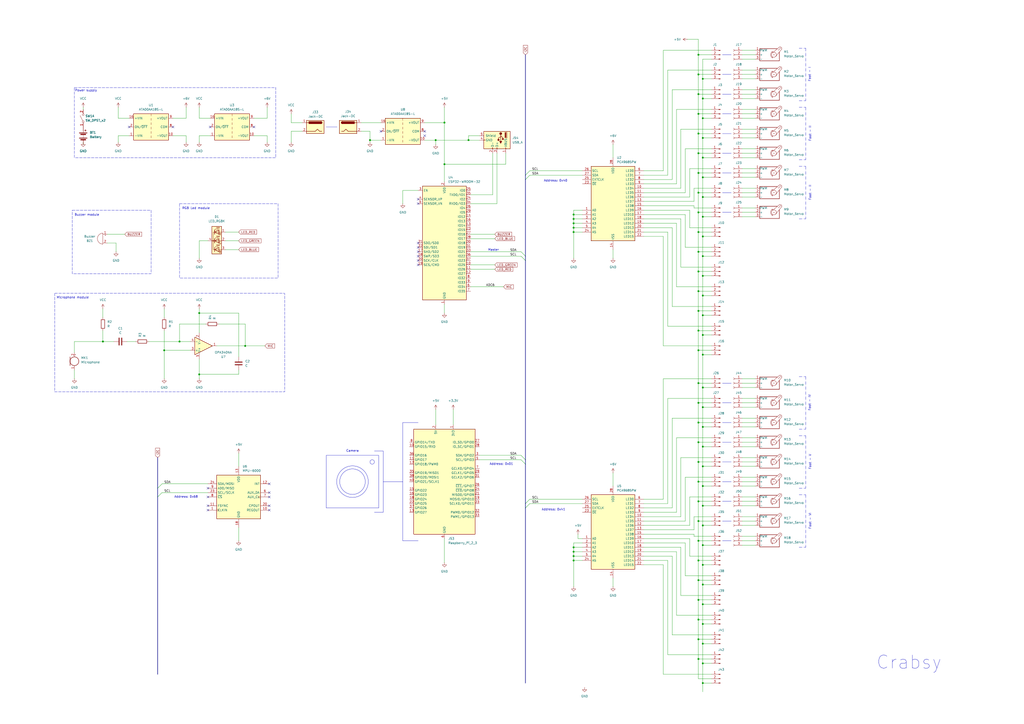
<source format=kicad_sch>
(kicad_sch (version 20231120) (generator "eeschema") (generator_version "8.0")
  (paper "A2")
  (title_block (title "Crabsy Electronics") (date "2024-07-02") (rev "0.1.0") (company "CircleLab Inc. "))
  (junction (at 142.24 200.66))
  (junction (at 332.74 325.12))
  (junction (at 405.13 382.27))
  (junction (at 257.81 71.12))
  (junction (at 332.74 124.46))
  (junction (at 407.67 259.08))
  (junction (at 407.67 236.22))
  (junction (at 405.13 43.18))
  (junction (at 407.67 396.24))
  (junction (at 407.67 247.65))
  (junction (at 405.13 203.2))
  (junction (at 407.67 205.74))
  (junction (at 405.13 336.55))
  (junction (at 405.13 325.12))
  (junction (at 405.13 77.47))
  (junction (at 405.13 100.33))
  (junction (at 271.78 81.28))
  (junction (at 407.67 125.73))
  (junction (at 407.67 373.38))
  (junction (at 407.67 316.23))
  (junction (at 405.13 302.26))
  (junction (at 405.13 359.41))
  (junction (at 115.57 181.61))
  (junction (at 407.67 194.31))
  (junction (at 405.13 111.76))
  (junction (at 115.57 217.17))
  (junction (at 405.13 256.54))
  (junction (at 332.74 127))
  (junction (at 405.13 31.75))
  (junction (at 252.73 81.28))
  (junction (at 407.67 68.58))
  (junction (at 95.25 203.2))
  (junction (at 104.14 198.12))
  (junction (at 407.67 350.52))
  (junction (at 405.13 66.04))
  (junction (at 332.74 134.62))
  (junction (at 405.13 290.83))
  (junction (at 405.13 123.19))
  (junction (at 407.67 57.15))
  (junction (at 407.67 102.87))
  (junction (at 407.67 137.16))
  (junction (at 405.13 245.11))
  (junction (at 214.63 81.28))
  (junction (at 407.67 171.45))
  (junction (at 405.13 180.34))
  (junction (at 407.67 304.8))
  (junction (at 407.67 160.02))
  (junction (at 405.13 233.68))
  (junction (at 405.13 157.48))
  (junction (at 405.13 146.05))
  (junction (at 407.67 114.3))
  (junction (at 407.67 339.09))
  (junction (at 332.74 322.58))
  (junction (at 405.13 88.9))
  (junction (at 332.74 320.04))
  (junction (at 405.13 279.4))
  (junction (at 332.74 317.5))
  (junction (at 405.13 134.62))
  (junction (at 407.67 80.01))
  (junction (at 405.13 370.84))
  (junction (at 407.67 91.44))
  (junction (at 407.67 224.79))
  (junction (at 405.13 222.25))
  (junction (at 59.69 198.12))
  (junction (at 332.74 129.54))
  (junction (at 407.67 293.37))
  (junction (at 405.13 267.97))
  (junction (at 405.13 191.77))
  (junction (at 405.13 168.91))
  (junction (at 407.67 270.51))
  (junction (at 405.13 54.61))
  (junction (at 407.67 384.81))
  (junction (at 407.67 281.94))
  (junction (at 407.67 327.66))
  (junction (at 407.67 148.59))
  (junction (at 407.67 182.88))
  (junction (at 407.67 361.95))
  (junction (at 405.13 347.98))
  (junction (at 332.74 132.08))
  (junction (at 407.67 45.72))
  (junction (at 257.81 95.25))
  (junction (at 405.13 313.69))
  (no_connect (at 242.57 140.97))
  (no_connect (at 74.93 73.66))
  (no_connect (at 156.21 295.91))
  (no_connect (at 242.57 151.13))
  (no_connect (at 242.57 146.05))
  (no_connect (at 120.65 295.91))
  (no_connect (at 242.57 118.11))
  (no_connect (at 100.33 73.66))
  (no_connect (at 246.38 78.74))
  (no_connect (at 242.57 115.57))
  (no_connect (at 242.57 143.51))
  (no_connect (at 246.38 76.2))
  (no_connect (at 121.92 73.66))
  (no_connect (at 156.21 280.67))
  (no_connect (at 156.21 288.29))
  (no_connect (at 242.57 153.67))
  (no_connect (at 220.98 76.2))
  (no_connect (at 156.21 285.75))
  (no_connect (at 120.65 293.37))
  (no_connect (at 242.57 148.59))
  (no_connect (at 156.21 293.37))
  (no_connect (at 120.65 283.21))
  (no_connect (at 120.65 288.29))
  (no_connect (at 147.32 73.66))
  (bus_entry (at 304.8 101.6) (size 2.54 -2.54))
  (bus_entry (at 302.26 264.16) (size 2.54 2.54))
  (bus_entry (at 302.26 146.05) (size 2.54 2.54))
  (bus_entry (at 304.8 292.1) (size 2.54 -2.54))
  (bus_entry (at 91.44 288.29) (size 2.54 -2.54))
  (bus_entry (at 304.8 294.64) (size 2.54 -2.54))
  (bus_entry (at 91.44 283.21) (size 2.54 -2.54))
  (bus_entry (at 302.26 266.7) (size 2.54 2.54))
  (bus_entry (at 304.8 104.14) (size 2.54 -2.54))
  (bus_entry (at 302.26 148.59) (size 2.54 2.54))
  (polyline (pts (xy 217.17 261.62) (xy 222.25 261.62)))
  (wire (pts (xy 168.91 66.04) (xy 168.91 71.12)))
  (wire (pts (xy 115.57 181.61) (xy 115.57 193.04)))
  (wire (pts (xy 407.67 114.3) (xy 412.75 114.3)))
  (wire (pts (xy 405.13 267.97) (xy 405.13 279.4)))
  (wire (pts (xy 405.13 279.4) (xy 412.75 279.4)))
  (wire (pts (xy 233.68 110.49) (xy 242.57 110.49)))
  (wire (pts (xy 402.59 119.38) (xy 402.59 120.65)))
  (wire (pts (xy 405.13 336.55) (xy 405.13 347.98)))
  (wire (pts (xy 430.53 45.72) (xy 438.15 45.72)))
  (wire (pts (xy 405.13 290.83) (xy 412.75 290.83)))
  (wire (pts (xy 407.67 304.8) (xy 407.67 293.37)))
  (wire (pts (xy 400.05 312.42) (xy 400.05 322.58)))
  (wire (pts (xy 405.13 77.47) (xy 412.75 77.47)))
  (wire (pts (xy 68.58 78.74) (xy 74.93 78.74)))
  (polyline (pts (xy 419.1 111.76) (xy 424.18 111.76)))
  (wire (pts (xy 405.13 22.86) (xy 405.13 31.75)))
  (polyline (pts (xy 419.1 123.19) (xy 424.18 123.19)))
  (wire (pts (xy 337.82 121.92) (xy 332.74 121.92)))
  (wire (pts (xy 405.13 245.11) (xy 405.13 256.54)))
  (wire (pts (xy 405.13 203.2) (xy 405.13 222.25)))
  (wire (pts (xy 430.53 265.43) (xy 438.15 265.43)))
  (wire (pts (xy 407.67 45.72) (xy 407.67 34.29)))
  (wire (pts (xy 332.74 129.54) (xy 337.82 129.54)))
  (wire (pts (xy 130.81 139.7) (xy 138.43 139.7)))
  (wire (pts (xy 402.59 120.65) (xy 412.75 120.65)))
  (polyline (pts (xy 463.55 127) (xy 467.36 127)) (stroke (width 0) (type dash_dot)))
  (wire (pts (xy 257.81 95.25) (xy 257.81 105.41)))
  (wire (pts (xy 387.35 325.12) (xy 387.35 379.73)))
  (wire (pts (xy 405.13 77.47) (xy 405.13 88.9)))
  (wire (pts (xy 407.67 182.88) (xy 412.75 182.88)))
  (wire (pts (xy 402.59 307.34) (xy 402.59 299.72)))
  (wire (pts (xy 430.53 68.58) (xy 438.15 68.58)))
  (wire (pts (xy 387.35 134.62) (xy 387.35 189.23)))
  (wire (pts (xy 332.74 132.08) (xy 332.74 134.62)))
  (wire (pts (xy 332.74 134.62) (xy 332.74 149.86)))
  (wire (pts (xy 93.98 285.75) (xy 120.65 285.75)))
  (wire (pts (xy 373.38 289.56) (xy 384.81 289.56)))
  (wire (pts (xy 257.81 62.23) (xy 257.81 71.12)))
  (wire (pts (xy 43.18 214.63) (xy 43.18 219.71)))
  (wire (pts (xy 392.43 320.04) (xy 392.43 356.87)))
  (wire (pts (xy 257.81 71.12) (xy 257.81 95.25)))
  (wire (pts (xy 95.25 191.77) (xy 95.25 203.2)))
  (wire (pts (xy 407.67 327.66) (xy 407.67 316.23)))
  (wire (pts (xy 273.05 135.89) (xy 287.02 135.89)))
  (wire (pts (xy 405.13 168.91) (xy 412.75 168.91)))
  (wire (pts (xy 405.13 279.4) (xy 405.13 290.83)))
  (polyline (pts (xy 419.1 290.83) (xy 424.18 290.83)))
  (wire (pts (xy 405.13 313.69) (xy 412.75 313.69)))
  (wire (pts (xy 394.97 109.22) (xy 394.97 74.93)))
  (wire (pts (xy 115.57 179.07) (xy 115.57 181.61)))
  (polyline (pts (xy 463.55 218.44) (xy 467.36 218.44)) (stroke (width 0) (type dash_dot)))
  (wire (pts (xy 257.81 312.42) (xy 257.81 326.39)))
  (wire (pts (xy 407.67 45.72) (xy 412.75 45.72)))
  (wire (pts (xy 405.13 336.55) (xy 412.75 336.55)))
  (polyline (pts (xy 419.1 222.25) (xy 424.18 222.25)))
  (polyline (pts (xy 463.55 62.23) (xy 467.36 62.23)) (stroke (width 0) (type dash_dot)))
  (wire (pts (xy 407.67 384.81) (xy 412.75 384.81)))
  (wire (pts (xy 405.13 256.54) (xy 405.13 267.97)))
  (polyline (pts (xy 467.36 96.52) (xy 467.36 127)) (stroke (width 0) (type dash_dot)))
  (wire (pts (xy 400.05 132.08) (xy 412.75 132.08)))
  (wire (pts (xy 402.59 116.84) (xy 402.59 109.22)))
  (wire (pts (xy 430.53 219.71) (xy 438.15 219.71)))
  (wire (pts (xy 271.78 81.28) (xy 278.13 81.28)))
  (wire (pts (xy 387.35 40.64) (xy 412.75 40.64)))
  (wire (pts (xy 43.18 198.12) (xy 59.69 198.12)))
  (wire (pts (xy 405.13 54.61) (xy 405.13 66.04)))
  (wire (pts (xy 407.67 160.02) (xy 412.75 160.02)))
  (wire (pts (xy 407.67 171.45) (xy 412.75 171.45)))
  (polyline (pts (xy 233.68 245.11) (xy 242.57 245.11)))
  (wire (pts (xy 405.13 66.04) (xy 412.75 66.04)))
  (wire (pts (xy 394.97 345.44) (xy 412.75 345.44)))
  (wire (pts (xy 405.13 290.83) (xy 405.13 302.26)))
  (wire (pts (xy 405.13 370.84) (xy 405.13 382.27)))
  (wire (pts (xy 407.67 91.44) (xy 412.75 91.44)))
  (wire (pts (xy 407.67 373.38) (xy 412.75 373.38)))
  (wire (pts (xy 389.89 368.3) (xy 412.75 368.3)))
  (wire (pts (xy 407.67 259.08) (xy 407.67 247.65)))
  (wire (pts (xy 398.78 22.86) (xy 405.13 22.86)))
  (polyline (pts (xy 463.55 58.42) (xy 467.36 58.42)) (stroke (width 0) (type dash_dot)))
  (wire (pts (xy 332.74 127) (xy 332.74 129.54)))
  (wire (pts (xy 373.38 309.88) (xy 402.59 309.88)))
  (wire (pts (xy 430.53 242.57) (xy 438.15 242.57)))
  (wire (pts (xy 387.35 101.6) (xy 387.35 40.64)))
  (wire (pts (xy 332.74 124.46) (xy 332.74 127)))
  (wire (pts (xy 387.35 379.73) (xy 412.75 379.73)))
  (wire (pts (xy 373.38 322.58) (xy 389.89 322.58)))
  (wire (pts (xy 332.74 121.92) (xy 332.74 124.46)))
  (wire (pts (xy 430.53 290.83) (xy 438.15 290.83)))
  (wire (pts (xy 405.13 43.18) (xy 405.13 54.61)))
  (wire (pts (xy 405.13 100.33) (xy 412.75 100.33)))
  (wire (pts (xy 59.69 198.12) (xy 66.04 198.12)))
  (wire (pts (xy 233.68 118.11) (xy 233.68 110.49)))
  (wire (pts (xy 400.05 288.29) (xy 412.75 288.29)))
  (wire (pts (xy 430.53 74.93) (xy 438.15 74.93)))
  (wire (pts (xy 407.67 361.95) (xy 412.75 361.95)))
  (wire (pts (xy 86.36 198.12) (xy 104.14 198.12)))
  (wire (pts (xy 405.13 347.98) (xy 412.75 347.98)))
  (wire (pts (xy 394.97 317.5) (xy 394.97 345.44)))
  (wire (pts (xy 48.26 83.82) (xy 48.26 82.55)))
  (wire (pts (xy 407.67 137.16) (xy 412.75 137.16)))
  (wire (pts (xy 407.67 236.22) (xy 412.75 236.22)))
  (wire (pts (xy 405.13 146.05) (xy 405.13 157.48)))
  (wire (pts (xy 407.67 194.31) (xy 407.67 182.88)))
  (polyline (pts (xy 463.55 248.92) (xy 467.36 248.92)) (stroke (width 0) (type dash_dot)))
  (wire (pts (xy 407.67 224.79) (xy 412.75 224.79)))
  (wire (pts (xy 407.67 247.65) (xy 412.75 247.65)))
  (wire (pts (xy 384.81 200.66) (xy 412.75 200.66)))
  (wire (pts (xy 307.34 99.06) (xy 337.82 99.06)))
  (wire (pts (xy 257.81 176.53) (xy 257.81 181.61)))
  (wire (pts (xy 407.67 34.29) (xy 412.75 34.29)))
  (polyline (pts (xy 463.55 283.21) (xy 467.36 283.21)) (stroke (width 0) (type dash_dot)))
  (wire (pts (xy 394.97 299.72) (xy 394.97 265.43)))
  (wire (pts (xy 138.43 217.17) (xy 115.57 217.17)))
  (wire (pts (xy 430.53 125.73) (xy 438.15 125.73)))
  (wire (pts (xy 405.13 325.12) (xy 412.75 325.12)))
  (wire (pts (xy 430.53 111.76) (xy 438.15 111.76)))
  (bus (pts (xy 91.44 265.43) (xy 91.44 283.21)))
  (wire (pts (xy 400.05 322.58) (xy 412.75 322.58)))
  (wire (pts (xy 373.38 111.76) (xy 397.51 111.76)))
  (wire (pts (xy 430.53 102.87) (xy 438.15 102.87)))
  (wire (pts (xy 407.67 102.87) (xy 412.75 102.87)))
  (polyline (pts (xy 419.1 313.69) (xy 424.18 313.69)))
  (wire (pts (xy 397.51 86.36) (xy 412.75 86.36)))
  (wire (pts (xy 384.81 29.21) (xy 412.75 29.21)))
  (wire (pts (xy 407.67 401.32) (xy 407.67 396.24)))
  (wire (pts (xy 95.25 203.2) (xy 95.25 219.71)))
  (wire (pts (xy 407.67 350.52) (xy 407.67 339.09)))
  (wire (pts (xy 373.38 121.92) (xy 400.05 121.92)))
  (wire (pts (xy 332.74 129.54) (xy 332.74 132.08)))
  (wire (pts (xy 430.53 31.75) (xy 438.15 31.75)))
  (wire (pts (xy 405.13 43.18) (xy 412.75 43.18)))
  (wire (pts (xy 407.67 281.94) (xy 412.75 281.94)))
  (wire (pts (xy 125.73 200.66) (xy 142.24 200.66)))
  (wire (pts (xy 43.18 204.47) (xy 43.18 198.12)))
  (polyline (pts (xy 467.36 252.73) (xy 467.36 283.21)) (stroke (width 0) (type dash_dot)))
  (wire (pts (xy 405.13 134.62) (xy 405.13 146.05)))
  (wire (pts (xy 246.38 71.12) (xy 257.81 71.12)))
  (wire (pts (xy 405.13 267.97) (xy 412.75 267.97)))
  (bus (pts (xy 304.8 151.13) (xy 304.8 266.7)))
  (wire (pts (xy 107.95 78.74) (xy 100.33 78.74)))
  (polyline (pts (xy 463.55 92.71) (xy 467.36 92.71)) (stroke (width 0) (type dash_dot)))
  (wire (pts (xy 288.29 88.9) (xy 288.29 118.11)))
  (wire (pts (xy 130.81 144.78) (xy 138.43 144.78)))
  (wire (pts (xy 373.38 317.5) (xy 394.97 317.5)))
  (wire (pts (xy 142.24 200.66) (xy 153.67 200.66)))
  (wire (pts (xy 214.63 82.55) (xy 214.63 81.28)))
  (wire (pts (xy 373.38 325.12) (xy 387.35 325.12)))
  (wire (pts (xy 154.94 68.58) (xy 154.94 62.23)))
  (wire (pts (xy 373.38 307.34) (xy 402.59 307.34)))
  (wire (pts (xy 373.38 320.04) (xy 392.43 320.04)))
  (wire (pts (xy 115.57 78.74) (xy 121.92 78.74)))
  (wire (pts (xy 405.13 203.2) (xy 412.75 203.2)))
  (wire (pts (xy 95.25 179.07) (xy 95.25 184.15)))
  (wire (pts (xy 430.53 270.51) (xy 438.15 270.51)))
  (wire (pts (xy 407.67 361.95) (xy 407.67 350.52)))
  (wire (pts (xy 392.43 254) (xy 412.75 254)))
  (wire (pts (xy 138.43 214.63) (xy 138.43 217.17)))
  (wire (pts (xy 67.31 140.97) (xy 62.23 140.97)))
  (wire (pts (xy 397.51 143.51) (xy 412.75 143.51)))
  (wire (pts (xy 373.38 124.46) (xy 397.51 124.46)))
  (polyline (pts (xy 419.1 43.18) (xy 424.18 43.18)))
  (wire (pts (xy 430.53 29.21) (xy 438.15 29.21)))
  (wire (pts (xy 405.13 347.98) (xy 405.13 359.41)))
  (wire (pts (xy 332.74 325.12) (xy 332.74 340.36)))
  (wire (pts (xy 430.53 43.18) (xy 438.15 43.18)))
  (wire (pts (xy 430.53 236.22) (xy 438.15 236.22)))
  (wire (pts (xy 373.38 106.68) (xy 392.43 106.68)))
  (wire (pts (xy 402.59 311.15) (xy 412.75 311.15)))
  (wire (pts (xy 168.91 71.12) (xy 175.26 71.12)))
  (wire (pts (xy 384.81 327.66) (xy 384.81 391.16)))
  (wire (pts (xy 138.43 306.07) (xy 138.43 313.69)))
  (wire (pts (xy 405.13 222.25) (xy 405.13 233.68)))
  (wire (pts (xy 252.73 81.28) (xy 246.38 81.28)))
  (bus (pts (xy 304.8 269.24) (xy 304.8 292.1)))
  (wire (pts (xy 405.13 313.69) (xy 405.13 325.12)))
  (wire (pts (xy 115.57 149.86) (xy 115.57 139.7)))
  (wire (pts (xy 115.57 62.23) (xy 115.57 68.58)))
  (wire (pts (xy 430.53 316.23) (xy 438.15 316.23)))
  (polyline (pts (xy 217.17 297.18) (xy 222.25 297.18)))
  (wire (pts (xy 405.13 382.27) (xy 405.13 393.7)))
  (polyline (pts (xy 222.25 261.62) (xy 222.25 297.18)))
  (wire (pts (xy 147.32 68.58) (xy 154.94 68.58)))
  (wire (pts (xy 68.58 62.23) (xy 68.58 68.58)))
  (wire (pts (xy 392.43 106.68) (xy 392.43 63.5)))
  (wire (pts (xy 405.13 100.33) (xy 405.13 111.76)))
  (polyline (pts (xy 463.55 317.5) (xy 467.36 317.5)) (stroke (width 0) (type dash_dot)))
  (wire (pts (xy 407.67 396.24) (xy 407.67 384.81)))
  (bus (pts (xy 304.8 148.59) (xy 304.8 151.13)))
  (wire (pts (xy 405.13 168.91) (xy 405.13 180.34)))
  (wire (pts (xy 402.59 109.22) (xy 412.75 109.22)))
  (wire (pts (xy 430.53 120.65) (xy 438.15 120.65)))
  (wire (pts (xy 278.13 266.7) (xy 302.26 266.7)))
  (polyline (pts (xy 419.1 88.9) (xy 424.18 88.9)))
  (wire (pts (xy 389.89 52.07) (xy 412.75 52.07)))
  (polyline (pts (xy 463.55 27.94) (xy 467.36 27.94)) (stroke (width 0) (type dash_dot)))
  (wire (pts (xy 332.74 134.62) (xy 337.82 134.62)))
  (polyline (pts (xy 419.1 279.4) (xy 424.18 279.4)))
  (wire (pts (xy 271.78 78.74) (xy 278.13 78.74)))
  (wire (pts (xy 407.67 125.73) (xy 407.67 114.3)))
  (wire (pts (xy 407.67 316.23) (xy 412.75 316.23)))
  (wire (pts (xy 115.57 217.17) (xy 115.57 219.71)))
  (wire (pts (xy 405.13 191.77) (xy 405.13 203.2)))
  (wire (pts (xy 392.43 166.37) (xy 412.75 166.37)))
  (wire (pts (xy 430.53 293.37) (xy 438.15 293.37)))
  (wire (pts (xy 107.95 68.58) (xy 107.95 62.23)))
  (wire (pts (xy 332.74 322.58) (xy 332.74 325.12)))
  (wire (pts (xy 252.73 81.28) (xy 271.78 81.28)))
  (wire (pts (xy 430.53 88.9) (xy 438.15 88.9)))
  (wire (pts (xy 430.53 313.69) (xy 438.15 313.69)))
  (wire (pts (xy 400.05 114.3) (xy 400.05 97.79)))
  (wire (pts (xy 355.6 335.28) (xy 355.6 340.36)))
  (wire (pts (xy 405.13 302.26) (xy 405.13 313.69)))
  (wire (pts (xy 407.67 125.73) (xy 412.75 125.73)))
  (wire (pts (xy 430.53 57.15) (xy 438.15 57.15)))
  (wire (pts (xy 407.67 259.08) (xy 412.75 259.08)))
  (wire (pts (xy 332.74 132.08) (xy 337.82 132.08)))
  (polyline (pts (xy 467.36 62.23) (xy 467.36 92.71)) (stroke (width 0) (type dash_dot)))
  (wire (pts (xy 407.67 80.01) (xy 412.75 80.01)))
  (wire (pts (xy 407.67 114.3) (xy 407.67 102.87)))
  (wire (pts (xy 407.67 205.74) (xy 407.67 224.79)))
  (wire (pts (xy 430.53 66.04) (xy 438.15 66.04)))
  (wire (pts (xy 387.35 189.23) (xy 412.75 189.23)))
  (wire (pts (xy 407.67 57.15) (xy 407.67 45.72)))
  (wire (pts (xy 384.81 219.71) (xy 412.75 219.71)))
  (wire (pts (xy 373.38 304.8) (xy 400.05 304.8)))
  (wire (pts (xy 273.05 138.43) (xy 287.02 138.43)))
  (wire (pts (xy 407.67 148.59) (xy 412.75 148.59)))
  (wire (pts (xy 430.53 231.14) (xy 438.15 231.14)))
  (wire (pts (xy 68.58 82.55) (xy 68.58 78.74)))
  (wire (pts (xy 430.53 52.07) (xy 438.15 52.07)))
  (polyline (pts (xy 463.55 252.73) (xy 467.36 252.73)) (stroke (width 0) (type dash_dot)))
  (wire (pts (xy 355.6 144.78) (xy 355.6 149.86)))
  (wire (pts (xy 373.38 134.62) (xy 387.35 134.62)))
  (wire (pts (xy 59.69 179.07) (xy 59.69 184.15)))
  (wire (pts (xy 252.73 237.49) (xy 252.73 246.38)))
  (wire (pts (xy 407.67 247.65) (xy 407.67 236.22)))
  (wire (pts (xy 273.05 166.37) (xy 292.1 166.37)))
  (wire (pts (xy 407.67 339.09) (xy 407.67 327.66)))
  (wire (pts (xy 430.53 259.08) (xy 438.15 259.08)))
  (wire (pts (xy 407.67 205.74) (xy 412.75 205.74)))
  (wire (pts (xy 332.74 127) (xy 337.82 127)))
  (wire (pts (xy 405.13 359.41) (xy 412.75 359.41)))
  (wire (pts (xy 389.89 242.57) (xy 412.75 242.57)))
  (wire (pts (xy 373.38 119.38) (xy 402.59 119.38)))
  (wire (pts (xy 373.38 299.72) (xy 394.97 299.72)))
  (wire (pts (xy 332.74 320.04) (xy 332.74 322.58)))
  (bus (pts (xy 304.8 104.14) (xy 304.8 148.59)))
  (wire (pts (xy 407.67 194.31) (xy 412.75 194.31)))
  (wire (pts (xy 430.53 288.29) (xy 438.15 288.29)))
  (wire (pts (xy 407.67 102.87) (xy 407.67 91.44)))
  (wire (pts (xy 405.13 191.77) (xy 412.75 191.77)))
  (wire (pts (xy 252.73 83.82) (xy 252.73 81.28)))
  (wire (pts (xy 394.97 154.94) (xy 412.75 154.94)))
  (wire (pts (xy 373.38 302.26) (xy 397.51 302.26)))
  (wire (pts (xy 405.13 66.04) (xy 405.13 77.47)))
  (wire (pts (xy 332.74 320.04) (xy 337.82 320.04)))
  (wire (pts (xy 405.13 31.75) (xy 405.13 43.18)))
  (wire (pts (xy 394.97 265.43) (xy 412.75 265.43)))
  (wire (pts (xy 430.53 311.15) (xy 438.15 311.15)))
  (wire (pts (xy 405.13 88.9) (xy 412.75 88.9)))
  (wire (pts (xy 373.38 132.08) (xy 389.89 132.08)))
  (wire (pts (xy 400.05 121.92) (xy 400.05 132.08)))
  (wire (pts (xy 154.94 78.74) (xy 147.32 78.74)))
  (wire (pts (xy 373.38 137.16) (xy 384.81 137.16)))
  (wire (pts (xy 430.53 114.3) (xy 438.15 114.3)))
  (wire (pts (xy 430.53 100.33) (xy 438.15 100.33)))
  (wire (pts (xy 397.51 276.86) (xy 412.75 276.86)))
  (wire (pts (xy 355.6 274.32) (xy 355.6 281.94)))
  (polyline (pts (xy 419.1 100.33) (xy 424.18 100.33)))
  (wire (pts (xy 373.38 292.1) (xy 387.35 292.1)))
  (wire (pts (xy 407.67 182.88) (xy 407.67 171.45)))
  (wire (pts (xy 405.13 157.48) (xy 405.13 168.91)))
  (wire (pts (xy 115.57 82.55) (xy 115.57 78.74)))
  (polyline (pts (xy 419.1 302.26) (xy 424.18 302.26)))
  (bus (pts (xy 304.8 292.1) (xy 304.8 294.64)))
  (wire (pts (xy 430.53 123.19) (xy 438.15 123.19)))
  (wire (pts (xy 430.53 109.22) (xy 438.15 109.22)))
  (polyline (pts (xy 419.1 245.11) (xy 424.18 245.11)))
  (wire (pts (xy 384.81 391.16) (xy 412.75 391.16)))
  (wire (pts (xy 278.13 264.16) (xy 302.26 264.16)))
  (wire (pts (xy 405.13 370.84) (xy 412.75 370.84)))
  (wire (pts (xy 389.89 104.14) (xy 389.89 52.07)))
  (wire (pts (xy 405.13 233.68) (xy 405.13 245.11)))
  (wire (pts (xy 407.67 270.51) (xy 407.67 259.08)))
  (wire (pts (xy 402.59 309.88) (xy 402.59 311.15)))
  (polyline (pts (xy 419.1 66.04) (xy 424.18 66.04)))
  (wire (pts (xy 402.59 299.72) (xy 412.75 299.72)))
  (wire (pts (xy 332.74 325.12) (xy 337.82 325.12)))
  (wire (pts (xy 392.43 129.54) (xy 392.43 166.37)))
  (wire (pts (xy 430.53 54.61) (xy 438.15 54.61)))
  (wire (pts (xy 407.67 373.38) (xy 407.67 361.95)))
  (wire (pts (xy 407.67 160.02) (xy 407.67 148.59)))
  (wire (pts (xy 407.67 270.51) (xy 412.75 270.51)))
  (polyline (pts (xy 233.68 279.4) (xy 233.68 245.11)))
  (wire (pts (xy 389.89 322.58) (xy 389.89 368.3)))
  (wire (pts (xy 59.69 191.77) (xy 59.69 198.12)))
  (wire (pts (xy 405.13 123.19) (xy 405.13 134.62)))
  (wire (pts (xy 407.67 205.74) (xy 407.67 194.31)))
  (wire (pts (xy 430.53 63.5) (xy 438.15 63.5)))
  (wire (pts (xy 273.05 153.67) (xy 287.02 153.67)))
  (wire (pts (xy 397.51 334.01) (xy 412.75 334.01)))
  (wire (pts (xy 138.43 207.01) (xy 138.43 181.61)))
  (wire (pts (xy 335.28 312.42) (xy 337.82 312.42)))
  (wire (pts (xy 407.67 171.45) (xy 407.67 160.02)))
  (wire (pts (xy 373.38 314.96) (xy 397.51 314.96)))
  (wire (pts (xy 430.53 222.25) (xy 438.15 222.25)))
  (polyline (pts (xy 463.55 287.02) (xy 467.36 287.02)) (stroke (width 0) (type dash_dot)))
  (bus (pts (xy 91.44 283.21) (xy 91.44 288.29)))
  (polyline (pts (xy 467.36 218.44) (xy 467.36 248.92)) (stroke (width 0) (type dash_dot)))
  (wire (pts (xy 430.53 245.11) (xy 438.15 245.11)))
  (wire (pts (xy 62.23 135.89) (xy 72.39 135.89)))
  (wire (pts (xy 405.13 256.54) (xy 412.75 256.54)))
  (wire (pts (xy 168.91 82.55) (xy 168.91 76.2)))
  (wire (pts (xy 407.67 293.37) (xy 407.67 281.94)))
  (bus (pts (xy 304.8 294.64) (xy 304.8 396.24)))
  (wire (pts (xy 405.13 180.34) (xy 405.13 191.77)))
  (wire (pts (xy 68.58 68.58) (xy 74.93 68.58)))
  (wire (pts (xy 257.81 95.25) (xy 293.37 95.25)))
  (wire (pts (xy 373.38 127) (xy 394.97 127)))
  (wire (pts (xy 271.78 81.28) (xy 271.78 78.74)))
  (wire (pts (xy 405.13 123.19) (xy 412.75 123.19)))
  (wire (pts (xy 288.29 118.11) (xy 273.05 118.11)))
  (wire (pts (xy 405.13 393.7) (xy 412.75 393.7)))
  (wire (pts (xy 373.38 116.84) (xy 402.59 116.84)))
  (wire (pts (xy 405.13 245.11) (xy 412.75 245.11)))
  (wire (pts (xy 332.74 314.96) (xy 332.74 317.5)))
  (wire (pts (xy 430.53 40.64) (xy 438.15 40.64)))
  (wire (pts (xy 389.89 132.08) (xy 389.89 177.8)))
  (wire (pts (xy 430.53 256.54) (xy 438.15 256.54)))
  (wire (pts (xy 405.13 222.25) (xy 412.75 222.25)))
  (wire (pts (xy 407.67 236.22) (xy 407.67 224.79)))
  (wire (pts (xy 384.81 99.06) (xy 384.81 29.21)))
  (wire (pts (xy 73.66 198.12) (xy 78.74 198.12)))
  (polyline (pts (xy 419.1 233.68) (xy 424.18 233.68)))
  (wire (pts (xy 397.51 314.96) (xy 397.51 334.01)))
  (wire (pts (xy 407.67 148.59) (xy 407.67 137.16)))
  (wire (pts (xy 430.53 281.94) (xy 438.15 281.94)))
  (wire (pts (xy 373.38 327.66) (xy 384.81 327.66)))
  (polyline (pts (xy 419.1 31.75) (xy 424.18 31.75)))
  (wire (pts (xy 387.35 292.1) (xy 387.35 231.14)))
  (wire (pts (xy 430.53 80.01) (xy 438.15 80.01)))
  (wire (pts (xy 104.14 198.12) (xy 110.49 198.12)))
  (wire (pts (xy 392.43 297.18) (xy 392.43 254)))
  (wire (pts (xy 405.13 233.68) (xy 412.75 233.68)))
  (wire (pts (xy 430.53 77.47) (xy 438.15 77.47)))
  (wire (pts (xy 405.13 302.26) (xy 412.75 302.26)))
  (wire (pts (xy 430.53 97.79) (xy 438.15 97.79)))
  (wire (pts (xy 405.13 325.12) (xy 405.13 336.55)))
  (wire (pts (xy 373.38 312.42) (xy 400.05 312.42)))
  (wire (pts (xy 405.13 54.61) (xy 412.75 54.61)))
  (wire (pts (xy 407.67 350.52) (xy 412.75 350.52)))
  (wire (pts (xy 373.38 297.18) (xy 392.43 297.18)))
  (wire (pts (xy 100.33 68.58) (xy 107.95 68.58)))
  (wire (pts (xy 273.05 156.21) (xy 287.02 156.21)))
  (wire (pts (xy 307.34 292.1) (xy 337.82 292.1)))
  (wire (pts (xy 154.94 82.55) (xy 154.94 78.74)))
  (wire (pts (xy 430.53 86.36) (xy 438.15 86.36)))
  (wire (pts (xy 373.38 129.54) (xy 392.43 129.54)))
  (wire (pts (xy 104.14 198.12) (xy 104.14 187.96)))
  (wire (pts (xy 138.43 181.61) (xy 115.57 181.61)))
  (wire (pts (xy 138.43 262.89) (xy 138.43 270.51)))
  (wire (pts (xy 430.53 34.29) (xy 438.15 34.29)))
  (wire (pts (xy 293.37 95.25) (xy 293.37 88.9)))
  (wire (pts (xy 285.75 88.9) (xy 285.75 113.03)))
  (wire (pts (xy 405.13 111.76) (xy 405.13 123.19)))
  (wire (pts (xy 407.67 281.94) (xy 407.67 270.51)))
  (wire (pts (xy 355.6 83.82) (xy 355.6 91.44)))
  (bus (pts (xy 91.44 288.29) (xy 91.44 391.16)))
  (wire (pts (xy 214.63 81.28) (xy 214.63 76.2)))
  (wire (pts (xy 332.74 317.5) (xy 337.82 317.5)))
  (wire (pts (xy 405.13 157.48) (xy 412.75 157.48)))
  (wire (pts (xy 407.67 68.58) (xy 407.67 57.15)))
  (wire (pts (xy 407.67 80.01) (xy 407.67 68.58)))
  (wire (pts (xy 430.53 302.26) (xy 438.15 302.26)))
  (polyline (pts (xy 233.68 279.4) (xy 233.68 313.69)))
  (wire (pts (xy 430.53 91.44) (xy 438.15 91.44)))
  (wire (pts (xy 430.53 267.97) (xy 438.15 267.97)))
  (wire (pts (xy 130.81 134.62) (xy 138.43 134.62)))
  (wire (pts (xy 373.38 101.6) (xy 387.35 101.6)))
  (wire (pts (xy 430.53 254) (xy 438.15 254)))
  (wire (pts (xy 214.63 81.28) (xy 220.98 81.28)))
  (wire (pts (xy 332.74 322.58) (xy 337.82 322.58)))
  (wire (pts (xy 407.67 91.44) (xy 407.67 80.01)))
  (wire (pts (xy 405.13 111.76) (xy 412.75 111.76)))
  (wire (pts (xy 397.51 124.46) (xy 397.51 143.51)))
  (wire (pts (xy 407.67 293.37) (xy 412.75 293.37)))
  (wire (pts (xy 407.67 327.66) (xy 412.75 327.66)))
  (wire (pts (xy 430.53 224.79) (xy 438.15 224.79)))
  (wire (pts (xy 397.51 302.26) (xy 397.51 276.86)))
  (wire (pts (xy 273.05 148.59) (xy 302.26 148.59)))
  (wire (pts (xy 430.53 299.72) (xy 438.15 299.72)))
  (wire (pts (xy 405.13 359.41) (xy 405.13 370.84)))
  (wire (pts (xy 127 187.96) (xy 142.24 187.96)))
  (wire (pts (xy 307.34 289.56) (xy 337.82 289.56)))
  (polyline (pts (xy 467.36 27.94) (xy 467.36 58.42)) (stroke (width 0) (type dash_dot)))
  (wire (pts (xy 407.67 396.24) (xy 412.75 396.24)))
  (polyline (pts (xy 467.36 287.02) (xy 467.36 317.5)) (stroke (width 0) (type dash_dot)))
  (wire (pts (xy 389.89 294.64) (xy 389.89 242.57)))
  (wire (pts (xy 307.34 101.6) (xy 337.82 101.6)))
  (wire (pts (xy 384.81 137.16) (xy 384.81 200.66)))
  (wire (pts (xy 430.53 233.68) (xy 438.15 233.68)))
  (wire (pts (xy 93.98 280.67) (xy 120.65 280.67)))
  (wire (pts (xy 332.74 317.5) (xy 332.74 320.04)))
  (wire (pts (xy 273.05 146.05) (xy 302.26 146.05)))
  (wire (pts (xy 430.53 276.86) (xy 438.15 276.86)))
  (bus (pts (xy 304.8 101.6) (xy 304.8 104.14)))
  (wire (pts (xy 373.38 294.64) (xy 389.89 294.64)))
  (wire (pts (xy 407.67 137.16) (xy 407.67 125.73)))
  (polyline (pts (xy 419.1 267.97) (xy 424.18 267.97)))
  (wire (pts (xy 48.26 62.23) (xy 48.26 63.5)))
  (wire (pts (xy 407.67 57.15) (xy 412.75 57.15)))
  (wire (pts (xy 430.53 304.8) (xy 438.15 304.8)))
  (wire (pts (xy 400.05 97.79) (xy 412.75 97.79)))
  (wire (pts (xy 209.55 71.12) (xy 220.98 71.12)))
  (polyline (pts (xy 233.68 313.69) (xy 242.57 313.69)))
  (wire (pts (xy 67.31 146.05) (xy 67.31 140.97)))
  (wire (pts (xy 405.13 382.27) (xy 412.75 382.27)))
  (polyline (pts (xy 463.55 96.52) (xy 467.36 96.52)) (stroke (width 0) (type dash_dot)))
  (wire (pts (xy 407.67 384.81) (xy 407.67 373.38)))
  (wire (pts (xy 407.67 339.09) (xy 412.75 339.09)))
  (wire (pts (xy 405.13 31.75) (xy 412.75 31.75)))
  (wire (pts (xy 394.97 74.93) (xy 412.75 74.93)))
  (bus (pts (xy 304.8 266.7) (xy 304.8 269.24)))
  (wire (pts (xy 400.05 304.8) (xy 400.05 288.29)))
  (wire (pts (xy 407.67 68.58) (xy 412.75 68.58)))
  (wire (pts (xy 387.35 231.14) (xy 412.75 231.14)))
  (wire (pts (xy 115.57 139.7) (xy 120.65 139.7)))
  (wire (pts (xy 389.89 177.8) (xy 412.75 177.8)))
  (wire (pts (xy 262.89 237.49) (xy 262.89 246.38)))
  (wire (pts (xy 397.51 111.76) (xy 397.51 86.36)))
  (wire (pts (xy 405.13 88.9) (xy 405.13 100.33)))
  (wire (pts (xy 373.38 104.14) (xy 389.89 104.14)))
  (wire (pts (xy 392.43 356.87) (xy 412.75 356.87)))
  (wire (pts (xy 407.67 304.8) (xy 412.75 304.8)))
  (wire (pts (xy 407.67 316.23) (xy 407.67 304.8)))
  (wire (pts (xy 168.91 76.2) (xy 175.26 76.2)))
  (wire (pts (xy 392.43 63.5) (xy 412.75 63.5)))
  (wire (pts (xy 95.25 203.2) (xy 110.49 203.2)))
  (polyline (pts (xy 189.23 73.66) (xy 195.58 73.66)))
  (wire (pts (xy 142.24 187.96) (xy 142.24 200.66)))
  (polyline (pts (xy 419.1 256.54) (xy 424.18 256.54)))
  (wire (pts (xy 430.53 279.4) (xy 438.15 279.4)))
  (polyline (pts (xy 419.1 77.47) (xy 424.18 77.47)))
  (wire (pts (xy 214.63 76.2) (xy 209.55 76.2)))
  (wire (pts (xy 104.14 187.96) (xy 119.38 187.96)))
  (wire (pts (xy 115.57 68.58) (xy 121.92 68.58)))
  (wire (pts (xy 335.28 309.88) (xy 335.28 312.42)))
  (bus (pts (xy 304.8 31.75) (xy 304.8 101.6)))
  (wire (pts (xy 373.38 109.22) (xy 394.97 109.22)))
  (wire (pts (xy 430.53 247.65) (xy 438.15 247.65)))
  (wire (pts (xy 373.38 114.3) (xy 400.05 114.3)))
  (polyline (pts (xy 222.25 279.4) (xy 233.68 279.4)))
  (wire (pts (xy 384.81 289.56) (xy 384.81 219.71)))
  (wire (pts (xy 332.74 124.46) (xy 337.82 124.46)))
  (polyline (pts (xy 419.1 54.61) (xy 424.18 54.61)))
  (wire (pts (xy 405.13 134.62) (xy 412.75 134.62)))
  (wire (pts (xy 332.74 314.96) (xy 337.82 314.96)))
  (wire (pts (xy 394.97 127) (xy 394.97 154.94)))
  (wire (pts (xy 373.38 99.06) (xy 384.81 99.06)))
  (wire (pts (xy 115.57 208.28) (xy 115.57 217.17)))
  (wire (pts (xy 405.13 180.34) (xy 412.75 180.34)))
  (wire (pts (xy 405.13 146.05) (xy 412.75 146.05)))
  (wire (pts (xy 107.95 82.55) (xy 107.95 78.74)))
  (wire (pts (xy 285.75 113.03) (xy 273.05 113.03)))
  (circle (center 204.47 279.4) (radius 7.4053))
  (rectangle (start 43.18 50.8) (end 160.02 91.44) (stroke (width 0) (type dash)))
  (rectangle (start 104.14 118.11) (end 161.29 161.29) (stroke (width 0) (type dash)))
  (circle (center 215.9 267.97) (radius 1.27))
  (rectangle (start 31.75 170.18) (end 165.1 227.33) (stroke (width 0) (type dash)))
  (rectangle (start 189.23 264.16) (end 219.71 294.64))
  (circle (center 204.47 279.4) (radius 9.1581))
  (rectangle (start 41.91 121.92) (end 87.63 158.75) (stroke (width 0) (type dash)))
  (text "Foot - I" (at 469.646 43.18 90) (effects (font (size 1.27 1.27))))
  (text "Address: 0x01" (at 290.83 269.24 0) (effects (font (size 1.27 1.27))))
  (text "Address: 0x68" (at 107.95 288.29 0) (effects (font (size 1.27 1.27))))
  (text "Buzzer module" (at 43.18 123.952 0) (effects (font (size 1.27 1.27)) (justify left top)))
  (text "Microphone module" (at 32.766 171.958 0) (effects (font (size 1.27 1.27)) (justify left top)))
  (text "Address: 0x41" (at 321.056 295.656 0) (effects (font (size 1.27 1.27))))
  (text "Foot - II" (at 469.9 77.47 90) (effects (font (size 1.27 1.27))))
  (text "RGB Led module" (at 105.664 120.142 0) (effects (font (size 1.27 1.27)) (justify left top)))
  (text "Foot - II" (at 469.9 111.76 90) (effects (font (size 1.27 1.27))))
  (text "Foot - IV" (at 469.646 233.68 90) (effects (font (size 1.27 1.27))))
  (text "Foot - V" (at 469.9 267.97 90) (effects (font (size 1.27 1.27))))
  (text "Master" (at 286.258 145.034 0) (effects (font (size 1.27 1.27))))
  (text "Crabsy" (at 527.304 384.302 0) (effects (font (size 7.62 7.62))))
  (text "Foot - VI" (at 469.9 302.26 90) (effects (font (size 1.27 1.27))))
  (text "Power supply" (at 43.434 51.816 0) (effects (font (size 1.27 1.27)) (justify left top)))
  (text "Address: 0x40" (at 322.326 104.902 0) (effects (font (size 1.27 1.27))))
  (text "Camera" (at 204.47 261.62 0) (effects (font (size 1.27 1.27))))
  (label "SCL" (at 95.25 285.75 0))
  (label "SDA" (at 308.61 292.1 0))
  (label "SCL" (at 308.61 99.06 0))
  (label "SDA" (at 308.61 101.6 0))
  (label "SCL" (at 295.91 148.59 0))
  (label "SDA" (at 95.25 280.67 0))
  (label "SCL" (at 295.91 266.7 0))
  (label "SDA" (at 295.91 264.16 0))
  (label "ADC6" (at 281.94 166.37 0))
  (label "SDA" (at 295.91 146.05 0))
  (label "SCL" (at 308.61 289.56 0))
  (global_label "LED_RED" (shape input) (at 138.43 134.62 0) (property "Intersheetrefs" "${INTERSHEET_REFS}" (effects (hide yes))))
  (global_label "BUZZER" (shape input) (at 72.39 135.89 0) (property "Intersheetrefs" "${INTERSHEET_REFS}" (effects (hide yes))))
  (global_label "LED_BLUE" (shape input) (at 287.02 138.43 0) (property "Intersheetrefs" "${INTERSHEET_REFS}" (effects (hide yes))))
  (global_label "LED_GREEN" (shape input) (at 138.43 139.7 0) (property "Intersheetrefs" "${INTERSHEET_REFS}" (effects (hide yes))))
  (global_label "MIC" (shape input) (at 292.1 166.37 0) (property "Intersheetrefs" "${INTERSHEET_REFS}" (effects (hide yes))))
  (global_label "I2C" (shape input) (at 91.44 265.43 90) (property "Intersheetrefs" "${INTERSHEET_REFS}" (effects (hide yes))))
  (global_label "LED_BLUE" (shape input) (at 138.43 144.78 0) (property "Intersheetrefs" "${INTERSHEET_REFS}" (effects (hide yes))))
  (global_label "BUZZER" (shape input) (at 287.02 135.89 0) (property "Intersheetrefs" "${INTERSHEET_REFS}" (effects (hide yes))))
  (global_label "LED_RED" (shape input) (at 287.02 156.21 0) (property "Intersheetrefs" "${INTERSHEET_REFS}" (effects (hide yes))))
  (global_label "LED_GREEN" (shape input) (at 287.02 153.67 0) (property "Intersheetrefs" "${INTERSHEET_REFS}" (effects (hide yes))))
  (global_label "MIC" (shape input) (at 153.67 200.66 0) (property "Intersheetrefs" "${INTERSHEET_REFS}" (effects (hide yes))))
  (global_label "I2C" (shape input) (at 304.8 31.75 90) (property "Intersheetrefs" "${INTERSHEET_REFS}" (effects (hide yes))))
  (symbol (lib_id "Converter_DCDC:ATA00AA18S-L") (at 134.62 73.66 0) (unit 1)
    (property "Reference" "U3" (at 134.62 60.96 0))
    (property "Value" "ATA00AA18S-L" (at 134.62 63.5 0))
    (property "Footprint" "Converter_DCDC:Converter_DCDC_Artesyn_ATA_SMD" (effects (hide yes)))
    (property "Datasheet" "https://www.artesyn.com/power/assets/ata_series_ds_01apr2015_79c25814fd.pdf" (effects (hide yes)))
    (property "Description" "Artesyn 3W Isolated DC/DC Converter Module, ±5V Output Voltage, 9-36V Input Voltage" (effects (hide yes)))
  )
  (symbol (lib_id "Connector:Conn_01x03_Pin") (at 417.83 100.33 0) (mirror y) (unit 1)
    (property "Reference" "J7" (at 416.56 94.996 0) (effects (justify right)))
    (property "Value" "Conn_01x03_Pin" (effects (hide yes)))
    (property "Description" "Generic connector, single row, 01x03, script generated" (effects (hide yes)))
  )
  (symbol (lib_id "power:GND") (at 332.74 149.86 0) (unit 1)
    (property "Reference" "#PWR07" (effects (hide yes)))
    (property "Value" "GND" (at 332.74 154.94 0))
    (property "Description" "Power symbol creates a global label with name \"GND\" , ground" (effects (hide yes)))
  )
  (symbol (lib_id "power:GND") (at 115.57 219.71 0) (unit 1)
    (property "Reference" "#PWR034" (effects (hide yes)))
    (property "Value" "GND" (at 115.57 224.79 0))
    (property "Description" "Power symbol creates a global label with name \"GND\" , ground" (effects (hide yes)))
  )
  (symbol (lib_id "Connector:Conn_01x03_Pin") (at 417.83 370.84 0) (mirror y) (unit 1)
    (property "Reference" "J41" (at 416.56 365.506 0) (effects (justify right)))
    (property "Value" "Conn_01x03_Pin" (effects (hide yes)))
    (property "Description" "Generic connector, single row, 01x03, script generated" (effects (hide yes)))
  )
  (symbol (lib_id "power:GND") (at 168.91 82.55 0) (unit 1)
    (property "Reference" "#PWR017" (effects (hide yes)))
    (property "Value" "GND" (at 168.91 87.63 0))
    (property "Description" "Power symbol creates a global label with name \"GND\" , ground" (effects (hide yes)))
  )
  (symbol (lib_id "power:GND") (at 115.57 149.86 0) (unit 1)
    (property "Reference" "#PWR029" (effects (hide yes)))
    (property "Value" "GND" (at 115.57 154.94 0))
    (property "Description" "Power symbol creates a global label with name \"GND\" , ground" (effects (hide yes)))
  )
  (symbol (lib_id "Connector:Conn_01x03_Socket") (at 425.45 123.19 0) (mirror y) (unit 1)
    (property "Reference" "J25" (at 428.498 117.348 0))
    (property "Value" "Conn_01x03_Socket" (effects (hide yes)))
    (property "Description" "Generic connector, single row, 01x03, script generated" (effects (hide yes)))
  )
  (symbol (lib_id "Driver_LED:PCA9685PW") (at 355.6 307.34 0) (unit 1)
    (property "Reference" "U5" (at 357.7941 281.94 0) (effects (justify left)))
    (property "Value" "PCA9685PW" (at 357.7941 284.48 0) (effects (justify left)))
    (property "Footprint" "Package_SO:TSSOP-28_4.4x9.7mm_P0.65mm" (effects (hide yes)))
    (property "Datasheet" "http://www.nxp.com/docs/en/data-sheet/PCA9685.pdf" (effects (hide yes)))
    (property "Description" "16-channel 12-bit PWM Fm+ I2C-bus LED controller RGBA TSSOP" (effects (hide yes)))
  )
  (symbol (lib_id "power:+6V") (at 154.94 62.23 0) (unit 1)
    (property "Reference" "#PWR014" (effects (hide yes)))
    (property "Value" "+6V" (at 154.94 57.15 0))
    (property "Description" "Power symbol creates a global label with name \"+6V\"" (effects (hide yes)))
  )
  (symbol (lib_id "Connector:Conn_01x03_Socket") (at 425.45 54.61 0) (mirror y) (unit 1)
    (property "Reference" "J19" (at 428.498 48.768 0))
    (property "Value" "Conn_01x03_Socket" (effects (hide yes)))
    (property "Description" "Generic connector, single row, 01x03, script generated" (effects (hide yes)))
  )
  (symbol (lib_id "Switch:SW_DPST_x2") (at 48.26 68.58 90) (unit 1)
    (property "Reference" "SW1" (at 49.53 67.3099 90) (effects (justify right)))
    (property "Value" "SW_DPST_x2" (at 49.53 69.8499 90) (effects (justify right)))
    (property "Description" "Single Pole Single Throw (SPST) switch, separate symbol" (effects (hide yes)))
  )
  (symbol (lib_id "Connector:Conn_01x03_Pin") (at 417.83 267.97 0) (mirror y) (unit 1)
    (property "Reference" "J30" (at 416.56 262.636 0) (effects (justify right)))
    (property "Value" "Conn_01x03_Pin" (effects (hide yes)))
    (property "Description" "Generic connector, single row, 01x03, script generated" (effects (hide yes)))
  )
  (symbol (lib_id "Connector:Conn_01x03_Pin") (at 417.83 279.4 0) (mirror y) (unit 1)
    (property "Reference" "J31" (at 416.56 274.066 0) (effects (justify right)))
    (property "Value" "Conn_01x03_Pin" (effects (hide yes)))
    (property "Description" "Generic connector, single row, 01x03, script generated" (effects (hide yes)))
  )
  (symbol (lib_id "Connector:Conn_01x03_Socket") (at 425.45 302.26 0) (mirror y) (unit 1)
    (property "Reference" "J51" (at 428.498 296.418 0))
    (property "Value" "Conn_01x03_Socket" (effects (hide yes)))
    (property "Description" "Generic connector, single row, 01x03, script generated" (effects (hide yes)))
  )
  (symbol (lib_id "Motor:Motor_Servo") (at 445.77 100.33 0) (unit 1)
    (property "Reference" "M7" (at 454.66 98.6265 0) (effects (justify left)))
    (property "Value" "Motor_Servo" (at 454.66 101.1665 0) (effects (justify left)))
    (property "Datasheet" "http://forums.parallax.com/uploads/attachments/46831/74481.png" (effects (hide yes)))
    (property "Description" "Servo Motor (Futaba, HiTec, JR connector)" (effects (hide yes)))
  )
  (symbol (lib_id "Device:Buzzer") (at 59.69 138.43 0) (mirror y) (unit 1)
    (property "Reference" "BZ1" (at 52.07 139.7 0))
    (property "Value" "Buzzer" (at 52.07 137.16 0))
    (property "Description" "Buzzer, polarized" (effects (hide yes)))
  )
  (symbol (lib_id "Device:R") (at 95.25 187.96 0) (unit 1)
    (property "Reference" "R1" (at 97.79 186.6899 0) (effects (justify left)))
    (property "Value" "R" (at 97.79 189.2299 0) (effects (justify left)))
    (property "Description" "Resistor" (effects (hide yes)))
  )
  (symbol (lib_id "power:GND") (at 339.09 398.78 0) (unit 1)
    (property "Reference" "#PWR024" (effects (hide yes)))
    (property "Value" "GND" (at 339.09 403.86 0))
    (property "Description" "Power symbol creates a global label with name \"GND\" , ground" (effects (hide yes)))
  )
  (symbol (lib_id "power:VCC") (at 95.25 179.07 0) (unit 1)
    (property "Reference" "#PWR036" (effects (hide yes)))
    (property "Value" "VCC" (at 95.25 173.99 0))
    (property "Description" "Power symbol creates a global label with name \"VCC\"" (effects (hide yes)))
  )
  (symbol (lib_id "Connector:Conn_01x03_Pin") (at 417.83 191.77 0) (mirror y) (unit 1)
    (property "Reference" "J15" (at 416.56 186.436 0) (effects (justify right)))
    (property "Value" "Conn_01x03_Pin" (effects (hide yes)))
    (property "Description" "Generic connector, single row, 01x03, script generated" (effects (hide yes)))
  )
  (symbol (lib_id "Connector:Jack-DC") (at 201.93 73.66 0) (unit 1)
    (property "Reference" "J34" (at 201.93 64.77 0))
    (property "Value" "Jack-DC" (at 201.93 67.31 0))
    (property "Description" "DC Barrel Jack" (effects (hide yes)))
  )
  (symbol (lib_id "Connector:Conn_01x03_Socket") (at 425.45 290.83 0) (mirror y) (unit 1)
    (property "Reference" "J50" (at 428.498 284.988 0))
    (property "Value" "Conn_01x03_Socket" (effects (hide yes)))
    (property "Description" "Generic connector, single row, 01x03, script generated" (effects (hide yes)))
  )
  (symbol (lib_id "power:+5V") (at 138.43 262.89 0) (unit 1)
    (property "Reference" "#PWR031" (effects (hide yes)))
    (property "Value" "+5V" (at 138.43 257.81 0))
    (property "Description" "Power symbol creates a global label with name \"+5V\"" (effects (hide yes)))
  )
  (symbol (lib_id "Connector:Conn_01x03_Pin") (at 417.83 111.76 0) (mirror y) (unit 1)
    (property "Reference" "J8" (at 416.56 106.426 0) (effects (justify right)))
    (property "Value" "Conn_01x03_Pin" (effects (hide yes)))
    (property "Description" "Generic connector, single row, 01x03, script generated" (effects (hide yes)))
  )
  (symbol (lib_id "Motor:Motor_Servo") (at 445.77 267.97 0) (unit 1)
    (property "Reference" "M14" (at 454.66 266.2665 0) (effects (justify left)))
    (property "Value" "Motor_Servo" (at 454.66 268.8065 0) (effects (justify left)))
    (property "Datasheet" "http://forums.parallax.com/uploads/attachments/46831/74481.png" (effects (hide yes)))
    (property "Description" "Servo Motor (Futaba, HiTec, JR connector)" (effects (hide yes)))
  )
  (symbol (lib_id "Connector:Conn_01x03_Pin") (at 417.83 134.62 0) (mirror y) (unit 1)
    (property "Reference" "J10" (at 416.56 129.286 0) (effects (justify right)))
    (property "Value" "Conn_01x03_Pin" (effects (hide yes)))
    (property "Description" "Generic connector, single row, 01x03, script generated" (effects (hide yes)))
  )
  (symbol (lib_id "Motor:Motor_Servo") (at 445.77 66.04 0) (unit 1)
    (property "Reference" "M4" (at 454.66 64.3365 0) (effects (justify left)))
    (property "Value" "Motor_Servo" (at 454.66 66.8765 0) (effects (justify left)))
    (property "Datasheet" "http://forums.parallax.com/uploads/attachments/46831/74481.png" (effects (hide yes)))
    (property "Description" "Servo Motor (Futaba, HiTec, JR connector)" (effects (hide yes)))
  )
  (symbol (lib_id "Connector:Conn_01x03_Pin") (at 417.83 88.9 0) (mirror y) (unit 1)
    (property "Reference" "J6" (at 416.56 83.566 0) (effects (justify right)))
    (property "Value" "Conn_01x03_Pin" (effects (hide yes)))
    (property "Description" "Generic connector, single row, 01x03, script generated" (effects (hide yes)))
  )
  (symbol (lib_id "Connector:Conn_01x03_Pin") (at 417.83 359.41 0) (mirror y) (unit 1)
    (property "Reference" "J40" (at 416.56 354.076 0) (effects (justify right)))
    (property "Value" "Conn_01x03_Pin" (effects (hide yes)))
    (property "Description" "Generic connector, single row, 01x03, script generated" (effects (hide yes)))
  )
  (symbol (lib_id "power:+5V") (at 252.73 237.49 0) (unit 1)
    (property "Reference" "#PWR026" (effects (hide yes)))
    (property "Value" "+5V" (at 252.73 232.41 0))
    (property "Description" "Power symbol creates a global label with name \"+5V\"" (effects (hide yes)))
  )
  (symbol (lib_id "Connector:Conn_01x03_Socket") (at 425.45 245.11 0) (mirror y) (unit 1)
    (property "Reference" "J46" (at 428.498 239.268 0))
    (property "Value" "Conn_01x03_Socket" (effects (hide yes)))
    (property "Description" "Generic connector, single row, 01x03, script generated" (effects (hide yes)))
  )
  (symbol (lib_id "power:VCC") (at 68.58 62.23 0) (unit 1)
    (property "Reference" "#PWR03" (effects (hide yes)))
    (property "Value" "VCC" (at 68.58 57.15 0))
    (property "Description" "Power symbol creates a global label with name \"VCC\"" (effects (hide yes)))
  )
  (symbol (lib_id "Motor:Motor_Servo") (at 445.77 256.54 0) (unit 1)
    (property "Reference" "M13" (at 454.66 254.8365 0) (effects (justify left)))
    (property "Value" "Motor_Servo" (at 454.66 257.3765 0) (effects (justify left)))
    (property "Datasheet" "http://forums.parallax.com/uploads/attachments/46831/74481.png" (effects (hide yes)))
    (property "Description" "Servo Motor (Futaba, HiTec, JR connector)" (effects (hide yes)))
  )
  (symbol (lib_id "Connector:Conn_01x03_Pin") (at 417.83 393.7 0) (mirror y) (unit 1)
    (property "Reference" "J43" (at 416.56 388.366 0) (effects (justify right)))
    (property "Value" "Conn_01x03_Pin" (effects (hide yes)))
    (property "Description" "Generic connector, single row, 01x03, script generated" (effects (hide yes)))
  )
  (symbol (lib_id "power:GND") (at 48.26 82.55 0) (unit 1)
    (property "Reference" "#PWR02" (effects (hide yes)))
    (property "Value" "GND" (at 48.26 87.63 0))
    (property "Description" "Power symbol creates a global label with name \"GND\" , ground" (effects (hide yes)))
  )
  (symbol (lib_id "power:GND") (at 95.25 219.71 0) (unit 1)
    (property "Reference" "#PWR033" (effects (hide yes)))
    (property "Value" "GND" (at 95.25 224.79 0))
    (property "Description" "Power symbol creates a global label with name \"GND\" , ground" (effects (hide yes)))
  )
  (symbol (lib_id "power:+3.3V") (at 262.89 237.49 0) (unit 1)
    (property "Reference" "#PWR027" (effects (hide yes)))
    (property "Value" "+3.3V" (at 262.89 232.41 0))
    (property "Description" "Power symbol creates a global label with name \"+3.3V\"" (effects (hide yes)))
  )
  (symbol (lib_id "Motor:Motor_Servo") (at 445.77 88.9 0) (unit 1)
    (property "Reference" "M6" (at 454.66 87.1965 0) (effects (justify left)))
    (property "Value" "Motor_Servo" (at 454.66 89.7365 0) (effects (justify left)))
    (property "Datasheet" "http://forums.parallax.com/uploads/attachments/46831/74481.png" (effects (hide yes)))
    (property "Description" "Servo Motor (Futaba, HiTec, JR connector)" (effects (hide yes)))
  )
  (symbol (lib_id "Motor:Motor_Servo") (at 445.77 123.19 0) (unit 1)
    (property "Reference" "M9" (at 454.66 121.4865 0) (effects (justify left)))
    (property "Value" "Motor_Servo" (at 454.66 124.0265 0) (effects (justify left)))
    (property "Datasheet" "http://forums.parallax.com/uploads/attachments/46831/74481.png" (effects (hide yes)))
    (property "Description" "Servo Motor (Futaba, HiTec, JR connector)" (effects (hide yes)))
  )
  (symbol (lib_id "power:GND") (at 43.18 219.71 0) (unit 1)
    (property "Reference" "#PWR032" (effects (hide yes)))
    (property "Value" "GND" (at 43.18 224.79 0))
    (property "Description" "Power symbol creates a global label with name \"GND\" , ground" (effects (hide yes)))
  )
  (symbol (lib_id "Connector:Conn_01x03_Pin") (at 417.83 157.48 0) (mirror y) (unit 1)
    (property "Reference" "J12" (at 416.56 152.146 0) (effects (justify right)))
    (property "Value" "Conn_01x03_Pin" (effects (hide yes)))
    (property "Description" "Generic connector, single row, 01x03, script generated" (effects (hide yes)))
  )
  (symbol (lib_id "power:GND") (at 68.58 82.55 0) (unit 1)
    (property "Reference" "#PWR04" (effects (hide yes)))
    (property "Value" "GND" (at 68.58 87.63 0))
    (property "Description" "Power symbol creates a global label with name \"GND\" , ground" (effects (hide yes)))
  )
  (symbol (lib_id "Device:C") (at 69.85 198.12 270) (unit 1)
    (property "Reference" "C1" (at 69.85 190.5 90))
    (property "Value" "C" (at 69.85 193.04 90))
    (property "Description" "Unpolarized capacitor" (effects (hide yes)))
  )
  (symbol (lib_id "power:+6V") (at 355.6 83.82 0) (unit 1)
    (property "Reference" "#PWR09" (effects (hide yes)))
    (property "Value" "+6V" (at 355.6 78.74 0))
    (property "Description" "Power symbol creates a global label with name \"+6V\"" (effects (hide yes)))
  )
  (symbol (lib_id "Connector:Conn_01x03_Pin") (at 417.83 233.68 0) (mirror y) (unit 1)
    (property "Reference" "J27" (at 413.512 227.838 0) (effects (justify right)))
    (property "Value" "Conn_01x03_Pin" (effects (hide yes)))
    (property "Description" "Generic connector, single row, 01x03, script generated" (effects (hide yes)))
  )
  (symbol (lib_id "power:VCC") (at 115.57 179.07 0) (unit 1)
    (property "Reference" "#PWR037" (effects (hide yes)))
    (property "Value" "VCC" (at 115.57 173.99 0))
    (property "Description" "Power symbol creates a global label with name \"VCC\"" (effects (hide yes)))
  )
  (symbol (lib_id "Motor:Motor_Servo") (at 445.77 77.47 0) (unit 1)
    (property "Reference" "M5" (at 454.66 75.7665 0) (effects (justify left)))
    (property "Value" "Motor_Servo" (at 454.66 78.3065 0) (effects (justify left)))
    (property "Datasheet" "http://forums.parallax.com/uploads/attachments/46831/74481.png" (effects (hide yes)))
    (property "Description" "Servo Motor (Futaba, HiTec, JR connector)" (effects (hide yes)))
  )
  (symbol (lib_id "Connector:Conn_01x03_Pin") (at 417.83 31.75 0) (mirror y) (unit 1)
    (property "Reference" "J1" (at 413.512 25.908 0) (effects (justify right)))
    (property "Value" "Conn_01x03_Pin" (effects (hide yes)))
    (property "Description" "Generic connector, single row, 01x03, script generated" (effects (hide yes)))
  )
  (symbol (lib_id "Motor:Motor_Servo") (at 445.77 111.76 0) (unit 1)
    (property "Reference" "M8" (at 454.66 110.0565 0) (effects (justify left)))
    (property "Value" "Motor_Servo" (at 454.66 112.5965 0) (effects (justify left)))
    (property "Datasheet" "http://forums.parallax.com/uploads/attachments/46831/74481.png" (effects (hide yes)))
    (property "Description" "Servo Motor (Futaba, HiTec, JR connector)" (effects (hide yes)))
  )
  (symbol (lib_id "Device:Microphone") (at 43.18 209.55 0) (unit 1)
    (property "Reference" "MK1" (at 46.99 207.5814 0) (effects (justify left)))
    (property "Value" "Microphone" (at 46.99 210.1214 0) (effects (justify left)))
    (property "Description" "Microphone" (effects (hide yes)))
  )
  (symbol (lib_id "Motor:Motor_Servo") (at 445.77 43.18 0) (unit 1)
    (property "Reference" "M2" (at 454.66 41.4765 0) (effects (justify left)))
    (property "Value" "Motor_Servo" (at 454.66 44.0165 0) (effects (justify left)))
    (property "Datasheet" "http://forums.parallax.com/uploads/attachments/46831/74481.png" (effects (hide yes)))
    (property "Description" "Servo Motor (Futaba, HiTec, JR connector)" (effects (hide yes)))
  )
  (symbol (lib_id "Connector:Conn_01x03_Pin") (at 417.83 54.61 0) (mirror y) (unit 1)
    (property "Reference" "J3" (at 416.56 49.276 0) (effects (justify right)))
    (property "Value" "Conn_01x03_Pin" (effects (hide yes)))
    (property "Description" "Generic connector, single row, 01x03, script generated" (effects (hide yes)))
  )
  (symbol (lib_id "Device:R") (at 123.19 187.96 90) (unit 1)
    (property "Reference" "R4" (at 121.9199 185.42 0) (effects (justify left)))
    (property "Value" "R" (at 124.4599 185.42 0) (effects (justify left)))
    (property "Description" "Resistor" (effects (hide yes)))
  )
  (symbol (lib_id "Connector:Conn_01x03_Pin") (at 417.83 325.12 0) (mirror y) (unit 1)
    (property "Reference" "J37" (at 416.56 319.786 0) (effects (justify right)))
    (property "Value" "Conn_01x03_Pin" (effects (hide yes)))
    (property "Description" "Generic connector, single row, 01x03, script generated" (effects (hide yes)))
  )
  (symbol (lib_id "Connector:Conn_01x03_Socket") (at 425.45 233.68 0) (mirror y) (unit 1)
    (property "Reference" "J45" (at 428.498 227.838 0))
    (property "Value" "Conn_01x03_Socket" (effects (hide yes)))
    (property "Description" "Generic connector, single row, 01x03, script generated" (effects (hide yes)))
  )
  (symbol (lib_id "Connector:Conn_01x03_Socket") (at 425.45 66.04 0) (mirror y) (unit 1)
    (property "Reference" "J20" (at 428.498 60.198 0))
    (property "Value" "Conn_01x03_Socket" (effects (hide yes)))
    (property "Description" "Generic connector, single row, 01x03, script generated" (effects (hide yes)))
  )
  (symbol (lib_id "Connector:Conn_01x03_Socket") (at 425.45 100.33 0) (mirror y) (unit 1)
    (property "Reference" "J23" (at 428.498 94.488 0))
    (property "Value" "Conn_01x03_Socket" (effects (hide yes)))
    (property "Description" "Generic connector, single row, 01x03, script generated" (effects (hide yes)))
  )
  (symbol (lib_id "Converter_DCDC:ATA00AA18S-L") (at 233.68 76.2 0) (unit 1)
    (property "Reference" "U8" (at 233.68 63.5 0))
    (property "Value" "ATA00AA18S-L" (at 233.68 66.04 0))
    (property "Footprint" "Converter_DCDC:Converter_DCDC_Artesyn_ATA_SMD" (effects (hide yes)))
    (property "Datasheet" "https://www.artesyn.com/power/assets/ata_series_ds_01apr2015_79c25814fd.pdf" (effects (hide yes)))
    (property "Description" "Artesyn 3W Isolated DC/DC Converter Module, ±5V Output Voltage, 9-36V Input Voltage" (effects (hide yes)))
  )
  (symbol (lib_id "Connector:Jack-DC") (at 182.88 73.66 0) (mirror y) (unit 1)
    (property "Reference" "J33" (at 181.102 65.024 0) (effects (justify right)))
    (property "Value" "Jack-DC" (at 178.816 67.564 0) (effects (justify right)))
    (property "Description" "DC Barrel Jack" (effects (hide yes)))
  )
  (symbol (lib_id "Device:C") (at 138.43 210.82 180) (unit 1)
    (property "Reference" "C2" (at 142.24 209.5499 0) (effects (justify right)))
    (property "Value" "C" (at 142.24 212.0899 0) (effects (justify right)))
    (property "Description" "Unpolarized capacitor" (effects (hide yes)))
  )
  (symbol (lib_id "power:+5V") (at 398.78 22.86 90) (unit 1)
    (property "Reference" "#PWR010" (effects (hide yes)))
    (property "Value" "+5V" (at 394.97 22.8599 90) (effects (justify left)))
    (property "Description" "Power symbol creates a global label with name \"+5V\"" (effects (hide yes)))
  )
  (symbol (lib_id "Connector:Conn_01x03_Pin") (at 417.83 313.69 0) (mirror y) (unit 1)
    (property "Reference" "J36" (at 416.56 308.356 0) (effects (justify right)))
    (property "Value" "Conn_01x03_Pin" (effects (hide yes)))
    (property "Description" "Generic connector, single row, 01x03, script generated" (effects (hide yes)))
  )
  (symbol (lib_id "power:+6V") (at 107.95 62.23 0) (unit 1)
    (property "Reference" "#PWR038" (effects (hide yes)))
    (property "Value" "+6V" (at 107.95 57.15 0))
    (property "Description" "Power symbol creates a global label with name \"+6V\"" (effects (hide yes)))
  )
  (symbol (lib_id "Connector:Conn_01x03_Pin") (at 417.83 290.83 0) (mirror y) (unit 1)
    (property "Reference" "J32" (at 416.56 285.496 0) (effects (justify right)))
    (property "Value" "Conn_01x03_Pin" (effects (hide yes)))
    (property "Description" "Generic connector, single row, 01x03, script generated" (effects (hide yes)))
  )
  (symbol (lib_id "Connector:USB_A") (at 288.29 81.28 270) (unit 1)
    (property "Reference" "J54" (at 297.18 80.0099 90) (effects (justify left)))
    (property "Value" "USB_A" (at 297.18 82.5499 90) (effects (justify left)))
    (property "Description" "USB Type A connector" (effects (hide yes)))
  )
  (symbol (lib_id "Connector:Conn_01x03_Socket") (at 425.45 313.69 0) (mirror y) (unit 1)
    (property "Reference" "J52" (at 428.498 307.848 0))
    (property "Value" "Conn_01x03_Socket" (effects (hide yes)))
    (property "Description" "Generic connector, single row, 01x03, script generated" (effects (hide yes)))
  )
  (symbol (lib_id "power:GND") (at 154.94 82.55 0) (unit 1)
    (property "Reference" "#PWR015" (effects (hide yes)))
    (property "Value" "GND" (at 154.94 87.63 0))
    (property "Description" "Power symbol creates a global label with name \"GND\" , ground" (effects (hide yes)))
  )
  (symbol (lib_id "Connector:Conn_01x03_Socket") (at 425.45 267.97 0) (mirror y) (unit 1)
    (property "Reference" "J48" (at 428.498 262.128 0))
    (property "Value" "Conn_01x03_Socket" (effects (hide yes)))
    (property "Description" "Generic connector, single row, 01x03, script generated" (effects (hide yes)))
  )
  (symbol (lib_id "Connector:Conn_01x03_Pin") (at 417.83 180.34 0) (mirror y) (unit 1)
    (property "Reference" "J14" (at 416.56 175.006 0) (effects (justify right)))
    (property "Value" "Conn_01x03_Pin" (effects (hide yes)))
    (property "Description" "Generic connector, single row, 01x03, script generated" (effects (hide yes)))
  )
  (symbol (lib_id "RF_Module:ESP32-WROOM-32") (at 257.81 140.97 0) (unit 1)
    (property "Reference" "U4" (at 260.0041 102.87 0) (effects (justify left)))
    (property "Value" "ESP32-WROOM-32" (at 260.0041 105.41 0) (effects (justify left)))
    (property "Footprint" "RF_Module:ESP32-WROOM-32" (effects (hide yes)))
    (property "Datasheet" "https://www.espressif.com/sites/default/files/documentation/esp32-wroom-32_datasheet_en.pdf" (effects (hide yes)))
    (property "Description" "RF Module, ESP32-D0WDQ6 SoC, Wi-Fi 802.11b/g/n, Bluetooth, BLE, 32-bit, 2.7-3.6V, onboard antenna, SMD" (effects (hide yes)))
  )
  (symbol (lib_id "Connector:Conn_01x03_Socket") (at 425.45 77.47 0) (mirror y) (unit 1)
    (property "Reference" "J21" (at 428.498 71.628 0))
    (property "Value" "Conn_01x03_Socket" (effects (hide yes)))
    (property "Description" "Generic connector, single row, 01x03, script generated" (effects (hide yes)))
  )
  (symbol (lib_id "Connector:Conn_01x03_Pin") (at 417.83 123.19 0) (mirror y) (unit 1)
    (property "Reference" "J9" (at 416.56 117.856 0) (effects (justify right)))
    (property "Value" "Conn_01x03_Pin" (effects (hide yes)))
    (property "Description" "Generic connector, single row, 01x03, script generated" (effects (hide yes)))
  )
  (symbol (lib_id "power:GND") (at 67.31 146.05 0) (unit 1)
    (property "Reference" "#PWR028" (effects (hide yes)))
    (property "Value" "GND" (at 67.31 151.13 0))
    (property "Description" "Power symbol creates a global label with name \"GND\" , ground" (effects (hide yes)))
  )
  (symbol (lib_id "Connector:Conn_01x03_Pin") (at 417.83 77.47 0) (mirror y) (unit 1)
    (property "Reference" "J5" (at 416.56 72.136 0) (effects (justify right)))
    (property "Value" "Conn_01x03_Pin" (effects (hide yes)))
    (property "Description" "Generic connector, single row, 01x03, script generated" (effects (hide yes)))
  )
  (symbol (lib_id "power:GND") (at 257.81 326.39 0) (unit 1)
    (property "Reference" "#PWR025" (effects (hide yes)))
    (property "Value" "GND" (at 257.81 331.47 0))
    (property "Description" "Power symbol creates a global label with name \"GND\" , ground" (effects (hide yes)))
  )
  (symbol (lib_id "power:GND") (at 332.74 340.36 0) (unit 1)
    (property "Reference" "#PWR020" (effects (hide yes)))
    (property "Value" "GND" (at 332.74 345.44 0))
    (property "Description" "Power symbol creates a global label with name \"GND\" , ground" (effects (hide yes)))
  )
  (symbol (lib_id "Connector:Conn_01x03_Socket") (at 425.45 111.76 0) (mirror y) (unit 1)
    (property "Reference" "J24" (at 428.498 105.918 0))
    (property "Value" "Conn_01x03_Socket" (effects (hide yes)))
    (property "Description" "Generic connector, single row, 01x03, script generated" (effects (hide yes)))
  )
  (symbol (lib_id "Motor:Motor_Servo") (at 445.77 313.69 0) (unit 1)
    (property "Reference" "M18" (at 454.66 311.9865 0) (effects (justify left)))
    (property "Value" "Motor_Servo" (at 454.66 314.5265 0) (effects (justify left)))
    (property "Datasheet" "http://forums.parallax.com/uploads/attachments/46831/74481.png" (effects (hide yes)))
    (property "Description" "Servo Motor (Futaba, HiTec, JR connector)" (effects (hide yes)))
  )
  (symbol (lib_id "Motor:Motor_Servo") (at 445.77 31.75 0) (unit 1)
    (property "Reference" "M1" (at 454.66 30.0465 0) (effects (justify left)))
    (property "Value" "Motor_Servo" (at 454.66 32.5865 0) (effects (justify left)))
    (property "Datasheet" "http://forums.parallax.com/uploads/attachments/46831/74481.png" (effects (hide yes)))
    (property "Description" "Servo Motor (Futaba, HiTec, JR connector)" (effects (hide yes)))
  )
  (symbol (lib_id "power:GND") (at 355.6 149.86 0) (unit 1)
    (property "Reference" "#PWR08" (effects (hide yes)))
    (property "Value" "GND" (at 355.6 154.94 0))
    (property "Description" "Power symbol creates a global label with name \"GND\" , ground" (effects (hide yes)))
  )
  (symbol (lib_id "power:+5V") (at 257.81 62.23 0) (unit 1)
    (property "Reference" "#PWR05" (effects (hide yes)))
    (property "Value" "+5V" (at 257.81 57.15 0))
    (property "Description" "Power symbol creates a global label with name \"+5V\"" (effects (hide yes)))
  )
  (symbol (lib_id "power:GND") (at 214.63 82.55 0) (unit 1)
    (property "Reference" "#PWR018" (effects (hide yes)))
    (property "Value" "GND" (at 214.63 87.63 0))
    (property "Description" "Power symbol creates a global label with name \"GND\" , ground" (effects (hide yes)))
  )
  (symbol (lib_id "power:GND") (at 355.6 340.36 0) (unit 1)
    (property "Reference" "#PWR022" (effects (hide yes)))
    (property "Value" "GND" (at 355.6 345.44 0))
    (property "Description" "Power symbol creates a global label with name \"GND\" , ground" (effects (hide yes)))
  )
  (symbol (lib_id "Connector:Conn_01x03_Pin") (at 417.83 245.11 0) (mirror y) (unit 1)
    (property "Reference" "J28" (at 416.56 239.776 0) (effects (justify right)))
    (property "Value" "Conn_01x03_Pin" (effects (hide yes)))
    (property "Description" "Generic connector, single row, 01x03, script generated" (effects (hide yes)))
  )
  (symbol (lib_id "power:VCC") (at 168.91 66.04 0) (unit 1)
    (property "Reference" "#PWR016" (effects (hide yes)))
    (property "Value" "VCC" (at 168.91 60.96 0))
    (property "Description" "Power symbol creates a global label with name \"VCC\"" (effects (hide yes)))
  )
  (symbol (lib_id "Motor:Motor_Servo") (at 445.77 290.83 0) (unit 1)
    (property "Reference" "M16" (at 454.66 289.1265 0) (effects (justify left)))
    (property "Value" "Motor_Servo" (at 454.66 291.6665 0) (effects (justify left)))
    (property "Datasheet" "http://forums.parallax.com/uploads/attachments/46831/74481.png" (effects (hide yes)))
    (property "Description" "Servo Motor (Futaba, HiTec, JR connector)" (effects (hide yes)))
  )
  (symbol (lib_id "Amplifier_Operational:OPA340NA") (at 118.11 200.66 0) (mirror x) (unit 1)
    (property "Reference" "U7" (at 129.54 206.9786 0))
    (property "Value" "OPA340NA" (at 129.54 204.4386 0))
    (property "Footprint" "Package_TO_SOT_SMD:SOT-23-5" (effects (hide yes)))
    (property "Datasheet" "http://www.ti.com/lit/ds/symlink/opa340.pdf" (effects (hide yes)))
    (property "Description" "Single Single-Supply, Rail-to-Rail Operational Amplifier, MicroAmplifier Series, SOT-23-5" (effects (hide yes)))
  )
  (symbol (lib_id "Connector:Conn_01x03_Socket") (at 425.45 43.18 0) (mirror y) (unit 1)
    (property "Reference" "J18" (at 428.498 37.338 0))
    (property "Value" "Conn_01x03_Socket" (effects (hide yes)))
    (property "Description" "Generic connector, single row, 01x03, script generated" (effects (hide yes)))
  )
  (symbol (lib_id "Motor:Motor_Servo") (at 445.77 222.25 0) (unit 1)
    (property "Reference" "M10" (at 454.66 220.5465 0) (effects (justify left)))
    (property "Value" "Motor_Servo" (at 454.66 223.0865 0) (effects (justify left)))
    (property "Datasheet" "http://forums.parallax.com/uploads/attachments/46831/74481.png" (effects (hide yes)))
    (property "Description" "Servo Motor (Futaba, HiTec, JR connector)" (effects (hide yes)))
  )
  (symbol (lib_id "Motor:Motor_Servo") (at 445.77 245.11 0) (unit 1)
    (property "Reference" "M12" (at 454.66 243.4065 0) (effects (justify left)))
    (property "Value" "Motor_Servo" (at 454.66 245.9465 0) (effects (justify left)))
    (property "Datasheet" "http://forums.parallax.com/uploads/attachments/46831/74481.png" (effects (hide yes)))
    (property "Description" "Servo Motor (Futaba, HiTec, JR connector)" (effects (hide yes)))
  )
  (symbol (lib_id "power:+6V") (at 355.6 274.32 0) (unit 1)
    (property "Reference" "#PWR021" (effects (hide yes)))
    (property "Value" "+6V" (at 355.6 269.24 0))
    (property "Description" "Power symbol creates a global label with name \"+6V\"" (effects (hide yes)))
  )
  (symbol (lib_id "Motor:Motor_Servo") (at 445.77 233.68 0) (unit 1)
    (property "Reference" "M11" (at 454.66 231.9765 0) (effects (justify left)))
    (property "Value" "Motor_Servo" (at 454.66 234.5165 0) (effects (justify left)))
    (property "Datasheet" "http://forums.parallax.com/uploads/attachments/46831/74481.png" (effects (hide yes)))
    (property "Description" "Servo Motor (Futaba, HiTec, JR connector)" (effects (hide yes)))
  )
  (symbol (lib_id "Motor:Motor_Servo") (at 445.77 302.26 0) (unit 1)
    (property "Reference" "M17" (at 454.66 300.5565 0) (effects (justify left)))
    (property "Value" "Motor_Servo" (at 454.66 303.0965 0) (effects (justify left)))
    (property "Datasheet" "http://forums.parallax.com/uploads/attachments/46831/74481.png" (effects (hide yes)))
    (property "Description" "Servo Motor (Futaba, HiTec, JR connector)" (effects (hide yes)))
  )
  (symbol (lib_id "power:GND") (at 252.73 83.82 0) (unit 1)
    (property "Reference" "#PWR039" (effects (hide yes)))
    (property "Value" "GND" (at 252.73 88.9 0))
    (property "Description" "Power symbol creates a global label with name \"GND\" , ground" (effects (hide yes)))
  )
  (symbol (lib_id "power:GND") (at 257.81 181.61 0) (unit 1)
    (property "Reference" "#PWR023" (effects (hide yes)))
    (property "Value" "GND" (at 257.81 186.69 0))
    (property "Description" "Power symbol creates a global label with name \"GND\" , ground" (effects (hide yes)))
  )
  (symbol (lib_id "Connector:Conn_01x03_Pin") (at 417.83 256.54 0) (mirror y) (unit 1)
    (property "Reference" "J29" (at 416.56 251.206 0) (effects (justify right)))
    (property "Value" "Conn_01x03_Pin" (effects (hide yes)))
    (property "Description" "Generic connector, single row, 01x03, script generated" (effects (hide yes)))
  )
  (symbol (lib_id "Connector:Conn_01x03_Pin") (at 417.83 336.55 0) (mirror y) (unit 1)
    (property "Reference" "J38" (at 416.56 331.216 0) (effects (justify right)))
    (property "Value" "Conn_01x03_Pin" (effects (hide yes)))
    (property "Description" "Generic connector, single row, 01x03, script generated" (effects (hide yes)))
  )
  (symbol (lib_id "power:GND") (at 115.57 82.55 0) (unit 1)
    (property "Reference" "#PWR013" (effects (hide yes)))
    (property "Value" "GND" (at 115.57 87.63 0))
    (property "Description" "Power symbol creates a global label with name \"GND\" , ground" (effects (hide yes)))
  )
  (symbol (lib_id "Connector:Raspberry_Pi_2_3") (at 257.81 279.4 0) (unit 1)
    (property "Reference" "J53" (at 260.0041 312.42 0) (effects (justify left)))
    (property "Value" "Raspberry_Pi_2_3" (at 260.0041 314.96 0) (effects (justify left)))
    (property "Datasheet" "https://www.raspberrypi.org/documentation/hardware/raspberrypi/schematics/rpi_SCH_3bplus_1p0_reduced.pdf" (effects (hide yes)))
    (property "Description" "expansion header for Raspberry Pi 2 & 3" (effects (hide yes)))
  )
  (symbol (lib_id "Motor:Motor_Servo") (at 445.77 54.61 0) (unit 1)
    (property "Reference" "M3" (at 454.66 52.9065 0) (effects (justify left)))
    (property "Value" "Motor_Servo" (at 454.66 55.4465 0) (effects (justify left)))
    (property "Datasheet" "http://forums.parallax.com/uploads/attachments/46831/74481.png" (effects (hide yes)))
    (property "Description" "Servo Motor (Futaba, HiTec, JR connector)" (effects (hide yes)))
  )
  (symbol (lib_id "Connector:Conn_01x03_Pin") (at 417.83 347.98 0) (mirror y) (unit 1)
    (property "Reference" "J39" (at 416.56 342.646 0) (effects (justify right)))
    (property "Value" "Conn_01x03_Pin" (effects (hide yes)))
    (property "Description" "Generic connector, single row, 01x03, script generated" (effects (hide yes)))
  )
  (symbol (lib_id "Device:R") (at 82.55 198.12 90) (unit 1)
    (property "Reference" "R3" (at 81.2799 195.58 0) (effects (justify left)))
    (property "Value" "R" (at 83.8199 195.58 0) (effects (justify left)))
    (property "Description" "Resistor" (effects (hide yes)))
  )
  (symbol (lib_id "Connector:Conn_01x03_Socket") (at 425.45 31.75 0) (mirror y) (unit 1)
    (property "Reference" "J17" (at 428.498 25.908 0))
    (property "Value" "Conn_01x03_Socket" (effects (hide yes)))
    (property "Description" "Generic connector, single row, 01x03, script generated" (effects (hide yes)))
  )
  (symbol (lib_id "Connector:Conn_01x03_Pin") (at 417.83 203.2 0) (mirror y) (unit 1)
    (property "Reference" "J16" (at 416.56 197.866 0) (effects (justify right)))
    (property "Value" "Conn_01x03_Pin" (effects (hide yes)))
    (property "Description" "Generic connector, single row, 01x03, script generated" (effects (hide yes)))
  )
  (symbol (lib_id "Connector:Conn_01x03_Socket") (at 425.45 256.54 0) (mirror y) (unit 1)
    (property "Reference" "J47" (at 428.498 250.698 0))
    (property "Value" "Conn_01x03_Socket" (effects (hide yes)))
    (property "Description" "Generic connector, single row, 01x03, script generated" (effects (hide yes)))
  )
  (symbol (lib_id "power:GND") (at 138.43 313.69 0) (unit 1)
    (property "Reference" "#PWR030" (effects (hide yes)))
    (property "Value" "GND" (at 138.43 318.77 0))
    (property "Description" "Power symbol creates a global label with name \"GND\" , ground" (effects (hide yes)))
  )
  (symbol (lib_id "Connector:Conn_01x03_Pin") (at 417.83 43.18 0) (mirror y) (unit 1)
    (property "Reference" "J2" (at 413.512 37.338 0) (effects (justify right)))
    (property "Value" "Conn_01x03_Pin" (effects (hide yes)))
    (property "Description" "Generic connector, single row, 01x03, script generated" (effects (hide yes)))
  )
  (symbol (lib_id "power:VCC") (at 48.26 62.23 0) (unit 1)
    (property "Reference" "#PWR01" (effects (hide yes)))
    (property "Value" "VCC" (at 48.26 57.15 0))
    (property "Description" "Power symbol creates a global label with name \"VCC\"" (effects (hide yes)))
  )
  (symbol (lib_id "Connector:Conn_01x03_Socket") (at 425.45 279.4 0) (mirror y) (unit 1)
    (property "Reference" "J49" (at 428.498 273.558 0))
    (property "Value" "Conn_01x03_Socket" (effects (hide yes)))
    (property "Description" "Generic connector, single row, 01x03, script generated" (effects (hide yes)))
  )
  (symbol (lib_id "power:GND") (at 107.95 82.55 0) (unit 1)
    (property "Reference" "#PWR06" (effects (hide yes)))
    (property "Value" "GND" (at 107.95 87.63 0))
    (property "Description" "Power symbol creates a global label with name \"GND\" , ground" (effects (hide yes)))
  )
  (symbol (lib_id "Device:Battery") (at 48.26 78.74 0) (unit 1)
    (property "Reference" "BT1" (at 52.07 76.8984 0) (effects (justify left)))
    (property "Value" "Battery" (at 52.07 79.4384 0) (effects (justify left)))
    (property "Description" "Multiple-cell battery" (effects (hide yes)))
  )
  (symbol (lib_id "Converter_DCDC:ATA00AA18S-L") (at 87.63 73.66 0) (unit 1)
    (property "Reference" "U1" (at 87.63 60.96 0))
    (property "Value" "ATA00AA18S-L" (at 87.63 63.5 0))
    (property "Footprint" "Converter_DCDC:Converter_DCDC_Artesyn_ATA_SMD" (effects (hide yes)))
    (property "Datasheet" "https://www.artesyn.com/power/assets/ata_series_ds_01apr2015_79c25814fd.pdf" (effects (hide yes)))
    (property "Description" "Artesyn 3W Isolated DC/DC Converter Module, ±5V Output Voltage, 9-36V Input Voltage" (effects (hide yes)))
  )
  (symbol (lib_id "Device:LED_RGBK") (at 125.73 139.7 0) (unit 1)
    (property "Reference" "D1" (at 125.73 125.73 0))
    (property "Value" "LED_RGBK" (at 125.73 128.27 0))
    (property "Description" "RGB LED, red/green/blue/cathode" (effects (hide yes)))
  )
  (symbol (lib_id "Connector:Conn_01x03_Pin") (at 417.83 146.05 0) (mirror y) (unit 1)
    (property "Reference" "J11" (at 416.56 140.716 0) (effects (justify right)))
    (property "Value" "Conn_01x03_Pin" (effects (hide yes)))
    (property "Description" "Generic connector, single row, 01x03, script generated" (effects (hide yes)))
  )
  (symbol (lib_id "Motor:Motor_Servo") (at 445.77 279.4 0) (unit 1)
    (property "Reference" "M15" (at 454.66 277.6965 0) (effects (justify left)))
    (property "Value" "Motor_Servo" (at 454.66 280.2365 0) (effects (justify left)))
    (property "Datasheet" "http://forums.parallax.com/uploads/attachments/46831/74481.png" (effects (hide yes)))
    (property "Description" "Servo Motor (Futaba, HiTec, JR connector)" (effects (hide yes)))
  )
  (symbol (lib_id "Connector:Conn_01x03_Pin") (at 417.83 302.26 0) (mirror y) (unit 1)
    (property "Reference" "J35" (at 416.56 296.926 0) (effects (justify right)))
    (property "Value" "Conn_01x03_Pin" (effects (hide yes)))
    (property "Description" "Generic connector, single row, 01x03, script generated" (effects (hide yes)))
  )
  (symbol (lib_id "Connector:Conn_01x03_Socket") (at 425.45 222.25 0) (mirror y) (unit 1)
    (property "Reference" "J44" (at 428.498 216.408 0))
    (property "Value" "Conn_01x03_Socket" (effects (hide yes)))
    (property "Description" "Generic connector, single row, 01x03, script generated" (effects (hide yes)))
  )
  (symbol (lib_id "Connector:Conn_01x03_Pin") (at 417.83 168.91 0) (mirror y) (unit 1)
    (property "Reference" "J13" (at 416.56 163.576 0) (effects (justify right)))
    (property "Value" "Conn_01x03_Pin" (effects (hide yes)))
    (property "Description" "Generic connector, single row, 01x03, script generated" (effects (hide yes)))
  )
  (symbol (lib_id "power:VCC") (at 115.57 62.23 0) (unit 1)
    (property "Reference" "#PWR012" (effects (hide yes)))
    (property "Value" "VCC" (at 115.57 57.15 0))
    (property "Description" "Power symbol creates a global label with name \"VCC\"" (effects (hide yes)))
  )
  (symbol (lib_id "Connector:Conn_01x03_Pin") (at 417.83 382.27 0) (mirror y) (unit 1)
    (property "Reference" "J42" (at 416.56 376.936 0) (effects (justify right)))
    (property "Value" "Conn_01x03_Pin" (effects (hide yes)))
    (property "Description" "Generic connector, single row, 01x03, script generated" (effects (hide yes)))
  )
  (symbol (lib_id "Driver_LED:PCA9685PW") (at 355.6 116.84 0) (unit 1)
    (property "Reference" "U2" (at 357.7941 91.44 0) (effects (justify left)))
    (property "Value" "PCA9685PW" (at 357.7941 93.98 0) (effects (justify left)))
    (property "Footprint" "Package_SO:TSSOP-28_4.4x9.7mm_P0.65mm" (effects (hide yes)))
    (property "Datasheet" "http://www.nxp.com/docs/en/data-sheet/PCA9685.pdf" (effects (hide yes)))
    (property "Description" "16-channel 12-bit PWM Fm+ I2C-bus LED controller RGBA TSSOP" (effects (hide yes)))
  )
  (symbol (lib_id "power:GND") (at 233.68 118.11 0) (unit 1)
    (property "Reference" "#PWR019" (effects (hide yes)))
    (property "Value" "GND" (at 233.68 123.19 0))
    (property "Description" "Power symbol creates a global label with name \"GND\" , ground" (effects (hide yes)))
  )
  (symbol (lib_id "Device:R") (at 59.69 187.96 0) (unit 1)
    (property "Reference" "R2" (at 62.23 186.6899 0) (effects (justify left)))
    (property "Value" "R" (at 62.23 189.2299 0) (effects (justify left)))
    (property "Description" "Resistor" (effects (hide yes)))
  )
  (symbol (lib_id "Connector:Conn_01x03_Pin") (at 417.83 66.04 0) (mirror y) (unit 1)
    (property "Reference" "J4" (at 416.56 60.706 0) (effects (justify right)))
    (property "Value" "Conn_01x03_Pin" (effects (hide yes)))
    (property "Description" "Generic connector, single row, 01x03, script generated" (effects (hide yes)))
  )
  (symbol (lib_id "Connector:Conn_01x03_Socket") (at 425.45 88.9 0) (mirror y) (unit 1)
    (property "Reference" "J22" (at 428.498 83.058 0))
    (property "Value" "Conn_01x03_Socket" (effects (hide yes)))
    (property "Description" "Generic connector, single row, 01x03, script generated" (effects (hide yes)))
  )
  (symbol (lib_id "power:VCC") (at 59.69 179.07 0) (unit 1)
    (property "Reference" "#PWR035" (effects (hide yes)))
    (property "Value" "VCC" (at 59.69 173.99 0))
    (property "Description" "Power symbol creates a global label with name \"VCC\"" (effects (hide yes)))
  )
  (symbol (lib_id "Sensor_Motion:MPU-6000") (at 138.43 288.29 0) (unit 1)
    (property "Reference" "U6" (at 140.6241 270.51 0) (effects (justify left)))
    (property "Value" "MPU-6000" (at 140.6241 273.05 0) (effects (justify left)))
    (property "Footprint" "Sensor_Motion:InvenSense_QFN-24_4x4mm_P0.5mm" (effects (hide yes)))
    (property "Datasheet" "https://invensense.tdk.com/wp-content/uploads/2015/02/MPU-6000-Datasheet1.pdf" (effects (hide yes)))
    (property "Description" "InvenSense 6-Axis Motion Sensor, Gyroscope, Accelerometer, I2C/SPI" (effects (hide yes)))
  )
  (symbol (lib_id "Connector:Conn_01x03_Pin") (at 417.83 222.25 0) (mirror y) (unit 1)
    (property "Reference" "J26" (at 413.512 216.408 0) (effects (justify right)))
    (property "Value" "Conn_01x03_Pin" (effects (hide yes)))
    (property "Description" "Generic connector, single row, 01x03, script generated" (effects (hide yes)))
  )
  (symbol (lib_id "power:+5V") (at 335.28 309.88 0) (unit 1)
    (property "Reference" "#PWR011" (effects (hide yes)))
    (property "Value" "+5V" (at 335.28 304.8 0))
    (property "Description" "Power symbol creates a global label with name \"+5V\"" (effects (hide yes)))
  )
)
</source>
